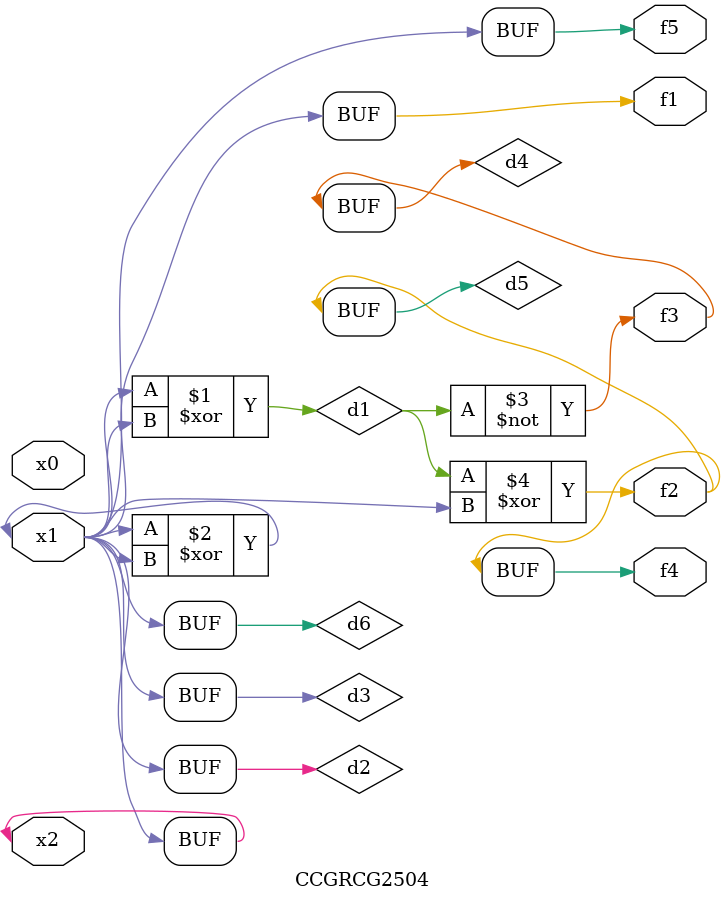
<source format=v>
module CCGRCG2504(
	input x0, x1, x2,
	output f1, f2, f3, f4, f5
);

	wire d1, d2, d3, d4, d5, d6;

	xor (d1, x1, x2);
	buf (d2, x1, x2);
	xor (d3, x1, x2);
	nor (d4, d1);
	xor (d5, d1, d2);
	buf (d6, d2, d3);
	assign f1 = d6;
	assign f2 = d5;
	assign f3 = d4;
	assign f4 = d5;
	assign f5 = d6;
endmodule

</source>
